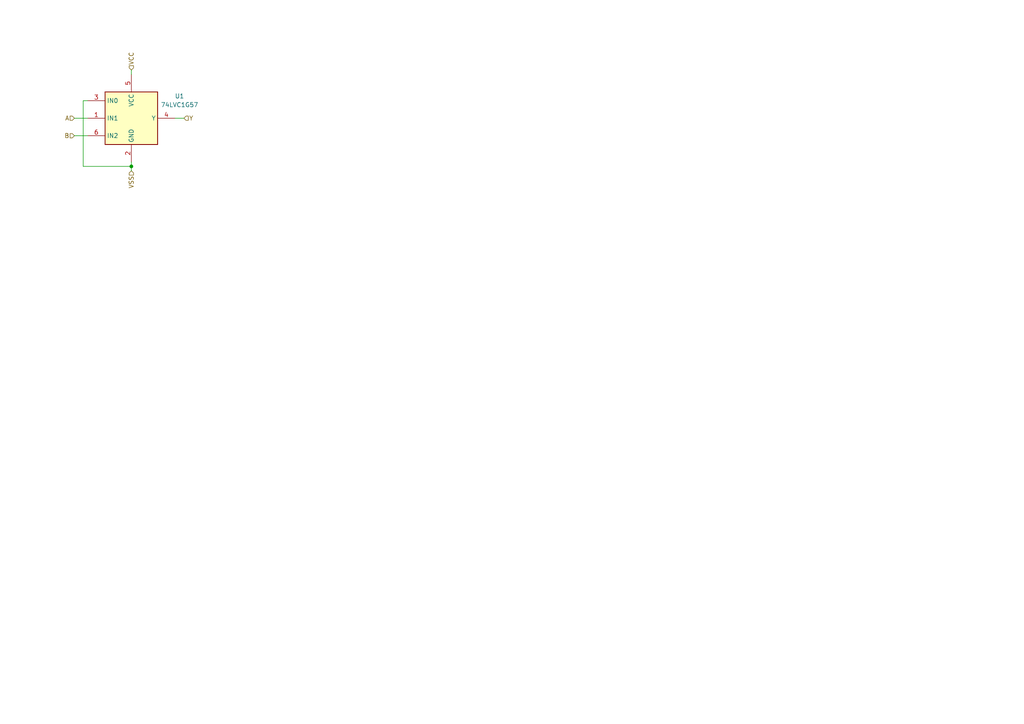
<source format=kicad_sch>
(kicad_sch (version 20250114) (generator "eeschema") (generator_version "9.0")
  (paper "A4")
  (lib_symbols
    (symbol "74xGxx:74LVC1G57"
      (property "Reference" "U" (at -5.08 10.16 0))
      (property "Value" "74LVC1G57" (at 7.62 -10.16 0))
      (symbol "74LVC1G57_0_1"
        (rectangle (start -7.62 7.62) (end 7.62 -7.62) (stroke (width 0.254)) (fill (type background)))
      )
      (symbol "74LVC1G57_1_1"
        (pin input line (at -12.7 5.08 0) (length 5.08) (name "IN0") (number "3"))
        (pin input line (at -12.7 0 0) (length 5.08) (name "IN1") (number "1"))
        (pin input line (at -12.7 -5.08 0) (length 5.08) (name "IN2") (number "6"))
        (pin power_in line (at 0 12.7 270) (length 5.08) (name "VCC") (number "5"))
        (pin power_in line (at 0 -12.7 90) (length 5.08) (name "GND") (number "2"))
        (pin output line (at 12.7 0 180) (length 5.08) (name "Y") (number "4"))
      )
    )
  )
  (junction (at 38.1 48.26))
  (wire (pts (xy 21.59 34.29) (xy 25.4 34.29)))
  (wire (pts (xy 24.13 29.21) (xy 25.4 29.21)))
  (wire (pts (xy 38.1 20.32) (xy 38.1 21.59)))
  (wire (pts (xy 21.59 39.37) (xy 25.4 39.37)))
  (wire (pts (xy 53.34 34.29) (xy 50.8 34.29)))
  (wire (pts (xy 38.1 48.26) (xy 24.13 48.26)))
  (wire (pts (xy 38.1 49.53) (xy 38.1 48.26)))
  (wire (pts (xy 38.1 48.26) (xy 38.1 46.99)))
  (wire (pts (xy 24.13 48.26) (xy 24.13 29.21)))
  (hierarchical_label "B" (shape input) (at 21.59 39.37 180))
  (hierarchical_label "VCC" (shape input) (at 38.1 20.32 90))
  (hierarchical_label "VSS" (shape input) (at 38.1 49.53 270))
  (hierarchical_label "A" (shape input) (at 21.59 34.29 180))
  (hierarchical_label "Y" (shape input) (at 53.34 34.29 0))
  (symbol (lib_id "74xGxx:74LVC1G57") (at 38.1 34.29 0) (unit 1)
    (property "Reference" "U1" (at 52.07 27.8698 0))
    (property "Value" "74LVC1G57" (at 52.07 30.4098 0))
    (property "Datasheet" "http://www.ti.com/lit/sg/scyt129e/scyt129e.pdf" (effects (hide yes)))
    (property "Description" "Configurable Multi-Function Single Gate, Low-Voltage CMOS" (effects (hide yes)))
  )
)
</source>
